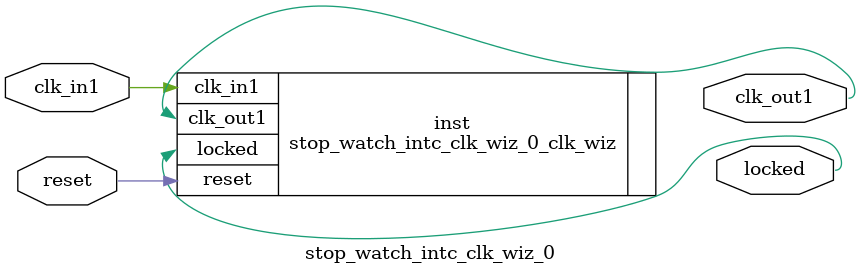
<source format=v>


`timescale 1ps/1ps

(* CORE_GENERATION_INFO = "stop_watch_intc_clk_wiz_0,clk_wiz_v6_0_15_0_0,{component_name=stop_watch_intc_clk_wiz_0,use_phase_alignment=true,use_min_o_jitter=false,use_max_i_jitter=false,use_dyn_phase_shift=false,use_inclk_switchover=false,use_dyn_reconfig=false,enable_axi=0,feedback_source=FDBK_AUTO,PRIMITIVE=MMCM,num_out_clk=1,clkin1_period=10.000,clkin2_period=10.000,use_power_down=false,use_reset=true,use_locked=true,use_inclk_stopped=false,feedback_type=SINGLE,CLOCK_MGR_TYPE=NA,manual_override=false}" *)

module stop_watch_intc_clk_wiz_0 
 (
  // Clock out ports
  output        clk_out1,
  // Status and control signals
  input         reset,
  output        locked,
 // Clock in ports
  input         clk_in1
 );

  stop_watch_intc_clk_wiz_0_clk_wiz inst
  (
  // Clock out ports  
  .clk_out1(clk_out1),
  // Status and control signals               
  .reset(reset), 
  .locked(locked),
 // Clock in ports
  .clk_in1(clk_in1)
  );

endmodule

</source>
